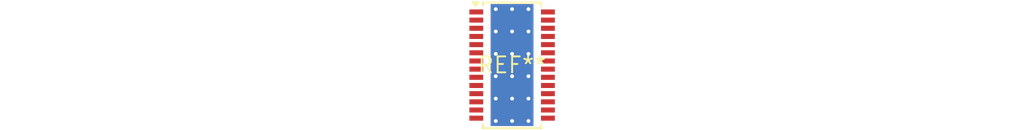
<source format=kicad_pcb>
(kicad_pcb (version 20240108) (generator pcbnew)
  (layers (0 "F.Cu" signal) (31 "B.Cu" signal) (34 "B.Paste" user) (35 "F.Paste" user) (36 "B.SilkS" user "B.Silkscreen") (37 "F.SilkS" user "F.Silkscreen") (38 "B.Mask" user) (39 "F.Mask" user) (44 "Edge.Cuts" user))
  (net 0 "")
  (footprint "HTSSOP-28-1EP_4.4x9.7mm_P0.65mm_EP3.4x9.5mm_Mask2.4x6.17mm_ThermalVias" (layer "F.Cu") (at 0 0)
    (property "Reference" "REF**")
    (property "Value" "HTSSOP-28-1EP_4.4x9.7mm_P0.65mm_EP3.4x9.5mm_Mask2.4x6.17mm_ThermalVias")
    (fp_line (start -2.325 -4.975) (end -2.325 -4.75) (layer "F.SilkS") (stroke (width 0.15)))
    (fp_line (start -2.325 -4.975) (end 2.325 -4.975) (layer "F.SilkS") (stroke (width 0.15)))
    (fp_line (start -2.325 5.0258) (end -2.325 4.7008) (layer "F.SilkS") (stroke (width 0.15)))
    (fp_line (start -2.325 5.0258) (end 2.325 5.0258) (layer "F.SilkS") (stroke (width 0.15)))
    (fp_line (start 2.325 -4.975) (end 2.325 -4.65) (layer "F.SilkS") (stroke (width 0.15)))
    (fp_line (start 2.325 5.0258) (end 2.325 4.7008) (layer "F.SilkS") (stroke (width 0.15)))
    (fp_poly (pts (xy -2.9 -4.685) (xy -3.14 -5.015) (xy -2.66 -5.015) (xy -2.9 -4.685)) (layer "F.SilkS") (stroke (width 0.12)) (fill solid))
    (pad "1" smd rect (at -2.85 -4.225) (size 1.1 0.4) (layers "F.Cu" "F.Paste" "F.Mask"))
    (pad "2" smd rect (at -2.85 -3.575) (size 1.1 0.4) (layers "F.Cu" "F.Paste" "F.Mask"))
    (pad "3" smd rect (at -2.85 -2.925) (size 1.1 0.4) (layers "F.Cu" "F.Paste" "F.Mask"))
    (pad "4" smd rect (at -2.85 -2.275) (size 1.1 0.4) (layers "F.Cu" "F.Paste" "F.Mask"))
    (pad "5" smd rect (at -2.85 -1.625) (size 1.1 0.4) (layers "F.Cu" "F.Paste" "F.Mask"))
    (pad "6" smd rect (at -2.85 -0.975) (size 1.1 0.4) (layers "F.Cu" "F.Paste" "F.Mask"))
    (pad "7" smd rect (at -2.85 -0.325) (size 1.1 0.4) (layers "F.Cu" "F.Paste" "F.Mask"))
    (pad "8" smd rect (at -2.85 0.325) (size 1.1 0.4) (layers "F.Cu" "F.Paste" "F.Mask"))
    (pad "9" smd rect (at -2.85 0.975) (size 1.1 0.4) (layers "F.Cu" "F.Paste" "F.Mask"))
    (pad "10" smd rect (at -2.85 1.625) (size 1.1 0.4) (layers "F.Cu" "F.Paste" "F.Mask"))
    (pad "11" smd rect (at -2.85 2.275) (size 1.1 0.4) (layers "F.Cu" "F.Paste" "F.Mask"))
    (pad "12" smd rect (at -2.85 2.925) (size 1.1 0.4) (layers "F.Cu" "F.Paste" "F.Mask"))
    (pad "13" smd rect (at -2.85 3.575) (size 1.1 0.4) (layers "F.Cu" "F.Paste" "F.Mask"))
    (pad "14" smd rect (at -2.85 4.225) (size 1.1 0.4) (layers "F.Cu" "F.Paste" "F.Mask"))
    (pad "15" smd rect (at 2.85 4.225) (size 1.1 0.4) (layers "F.Cu" "F.Paste" "F.Mask"))
    (pad "16" smd rect (at 2.85 3.575) (size 1.1 0.4) (layers "F.Cu" "F.Paste" "F.Mask"))
    (pad "17" smd rect (at 2.85 2.925) (size 1.1 0.4) (layers "F.Cu" "F.Paste" "F.Mask"))
    (pad "18" smd rect (at 2.85 2.275) (size 1.1 0.4) (layers "F.Cu" "F.Paste" "F.Mask"))
    (pad "19" smd rect (at 2.85 1.625) (size 1.1 0.4) (layers "F.Cu" "F.Paste" "F.Mask"))
    (pad "20" smd rect (at 2.85 0.975) (size 1.1 0.4) (layers "F.Cu" "F.Paste" "F.Mask"))
    (pad "21" smd rect (at 2.85 0.325) (size 1.1 0.4) (layers "F.Cu" "F.Paste" "F.Mask"))
    (pad "22" smd rect (at 2.85 -0.325) (size 1.1 0.4) (layers "F.Cu" "F.Paste" "F.Mask"))
    (pad "23" smd rect (at 2.85 -0.975) (size 1.1 0.4) (layers "F.Cu" "F.Paste" "F.Mask"))
    (pad "24" smd rect (at 2.85 -1.625) (size 1.1 0.4) (layers "F.Cu" "F.Paste" "F.Mask"))
    (pad "25" smd rect (at 2.85 -2.275) (size 1.1 0.4) (layers "F.Cu" "F.Paste" "F.Mask"))
    (pad "26" smd rect (at 2.85 -2.925) (size 1.1 0.4) (layers "F.Cu" "F.Paste" "F.Mask"))
    (pad "27" smd rect (at 2.85 -3.575) (size 1.1 0.4) (layers "F.Cu" "F.Paste" "F.Mask"))
    (pad "28" smd rect (at 2.85 -4.225) (size 1.1 0.4) (layers "F.Cu" "F.Paste" "F.Mask"))
    (pad "29" thru_hole circle (at -1.3 -4.45) (size 0.6 0.6) (drill 0.3) (layers *.Cu) (remove_unused_layers))
    (pad "29" thru_hole circle (at -1.3 -2.67) (size 0.6 0.6) (drill 0.3) (layers *.Cu) (remove_unused_layers))
    (pad "29" thru_hole circle (at -1.3 -0.89) (size 0.6 0.6) (drill 0.3) (layers *.Cu) (remove_unused_layers))
    (pad "29" thru_hole circle (at -1.3 0.89) (size 0.6 0.6) (drill 0.3) (layers *.Cu) (remove_unused_layers))
    (pad "29" thru_hole circle (at -1.3 2.67) (size 0.6 0.6) (drill 0.3) (layers *.Cu) (remove_unused_layers))
    (pad "29" thru_hole circle (at -1.3 4.45) (size 0.6 0.6) (drill 0.3) (layers *.Cu) (remove_unused_layers))
    (pad "29" thru_hole circle (at 0 -4.45) (size 0.6 0.6) (drill 0.3) (layers *.Cu) (remove_unused_layers))
    (pad "29" thru_hole circle (at 0 -2.67) (size 0.6 0.6) (drill 0.3) (layers *.Cu) (remove_unused_layers))
    (pad "29" thru_hole circle (at 0 -0.89) (size 0.6 0.6) (drill 0.3) (layers *.Cu) (remove_unused_layers))
    (pad "29" smd rect (at 0 0) (size 3.4 9.7) (layers "F.Cu"))
    (pad "29" smd rect (at 0 0) (size 3.4 9.7) (layers "B.Cu"))
    (pad "29" thru_hole circle (at 0 0.89) (size 0.6 0.6) (drill 0.3) (layers *.Cu) (remove_unused_layers))
    (pad "29" thru_hole circle (at 0 2.67) (size 0.6 0.6) (drill 0.3) (layers *.Cu) (remove_unused_layers))
    (pad "29" thru_hole circle (at 0 4.45) (size 0.6 0.6) (drill 0.3) (layers *.Cu) (remove_unused_layers))
    (pad "29" thru_hole circle (at 1.3 -4.45) (size 0.6 0.6) (drill 0.3) (layers *.Cu) (remove_unused_layers))
    (pad "29" thru_hole circle (at 1.3 -2.67) (size 0.6 0.6) (drill 0.3) (layers *.Cu) (remove_unused_layers))
    (pad "29" thru_hole circle (at 1.3 -0.89) (size 0.6 0.6) (drill 0.3) (layers *.Cu) (remove_unused_layers))
    (pad "29" thru_hole circle (at 1.3 0.89) (size 0.6 0.6) (drill 0.3) (layers *.Cu) (remove_unused_layers))
    (pad "29" thru_hole circle (at 1.3 2.67) (size 0.6 0.6) (drill 0.3) (layers *.Cu) (remove_unused_layers))
    (pad "29" thru_hole circle (at 1.3 4.45) (size 0.6 0.6) (drill 0.3) (layers *.Cu) (remove_unused_layers))
  )
)
</source>
